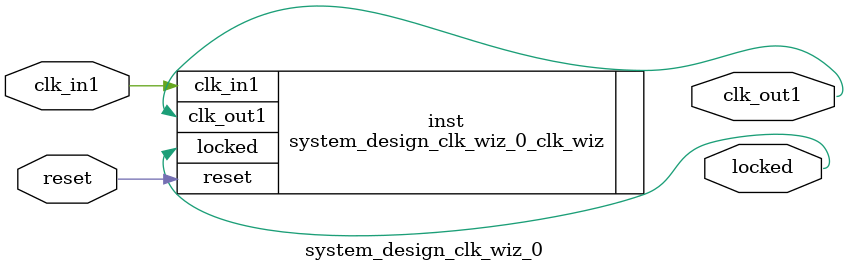
<source format=v>


`timescale 1ps/1ps

(* CORE_GENERATION_INFO = "system_design_clk_wiz_0,clk_wiz_v6_0_13_0_0,{component_name=system_design_clk_wiz_0,use_phase_alignment=true,use_min_o_jitter=false,use_max_i_jitter=false,use_dyn_phase_shift=false,use_inclk_switchover=false,use_dyn_reconfig=false,enable_axi=0,feedback_source=FDBK_AUTO,PRIMITIVE=MMCM,num_out_clk=1,clkin1_period=10.000,clkin2_period=10.000,use_power_down=false,use_reset=true,use_locked=true,use_inclk_stopped=false,feedback_type=SINGLE,CLOCK_MGR_TYPE=NA,manual_override=false}" *)

module system_design_clk_wiz_0 
 (
  // Clock out ports
  output        clk_out1,
  // Status and control signals
  input         reset,
  output        locked,
 // Clock in ports
  input         clk_in1
 );

  system_design_clk_wiz_0_clk_wiz inst
  (
  // Clock out ports  
  .clk_out1(clk_out1),
  // Status and control signals               
  .reset(reset), 
  .locked(locked),
 // Clock in ports
  .clk_in1(clk_in1)
  );

endmodule

</source>
